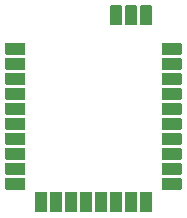
<source format=gbs>
G04 #@! TF.GenerationSoftware,KiCad,Pcbnew,(5.1.2-1)-1*
G04 #@! TF.CreationDate,2019-07-31T11:47:25+02:00*
G04 #@! TF.ProjectId,TLM-v1_2,544c4d2d-7631-45f3-922e-6b696361645f,1.1*
G04 #@! TF.SameCoordinates,Original*
G04 #@! TF.FileFunction,Soldermask,Bot*
G04 #@! TF.FilePolarity,Negative*
%FSLAX46Y46*%
G04 Gerber Fmt 4.6, Leading zero omitted, Abs format (unit mm)*
G04 Created by KiCad (PCBNEW (5.1.2-1)-1) date 2019-07-31 11:47:25*
%MOMM*%
%LPD*%
G04 APERTURE LIST*
%ADD10C,0.100000*%
G04 APERTURE END LIST*
D10*
G36*
X141148144Y-88339334D02*
G01*
X141164049Y-88344159D01*
X141178708Y-88351995D01*
X141191559Y-88362541D01*
X141202105Y-88375392D01*
X141209941Y-88390051D01*
X141214766Y-88405956D01*
X141217000Y-88428641D01*
X141217000Y-89904462D01*
X141213998Y-89934946D01*
X141206896Y-89958358D01*
X141195365Y-89979931D01*
X141179844Y-89998844D01*
X141160931Y-90014365D01*
X141139358Y-90025896D01*
X141115946Y-90032998D01*
X141085462Y-90036000D01*
X140346538Y-90036000D01*
X140316054Y-90032998D01*
X140292642Y-90025896D01*
X140271069Y-90014365D01*
X140252156Y-89998844D01*
X140236635Y-89979931D01*
X140225104Y-89958358D01*
X140218002Y-89934946D01*
X140215000Y-89904462D01*
X140215000Y-88428641D01*
X140217234Y-88405956D01*
X140222059Y-88390051D01*
X140229895Y-88375392D01*
X140240441Y-88362541D01*
X140253292Y-88351995D01*
X140267951Y-88344159D01*
X140283856Y-88339334D01*
X140306541Y-88337100D01*
X141125459Y-88337100D01*
X141148144Y-88339334D01*
X141148144Y-88339334D01*
G37*
G36*
X139878144Y-88339334D02*
G01*
X139894049Y-88344159D01*
X139908708Y-88351995D01*
X139921559Y-88362541D01*
X139932105Y-88375392D01*
X139939941Y-88390051D01*
X139944766Y-88405956D01*
X139947000Y-88428641D01*
X139947000Y-89904462D01*
X139943998Y-89934946D01*
X139936896Y-89958358D01*
X139925365Y-89979931D01*
X139909844Y-89998844D01*
X139890931Y-90014365D01*
X139869358Y-90025896D01*
X139845946Y-90032998D01*
X139815462Y-90036000D01*
X139076538Y-90036000D01*
X139046054Y-90032998D01*
X139022642Y-90025896D01*
X139001069Y-90014365D01*
X138982156Y-89998844D01*
X138966635Y-89979931D01*
X138955104Y-89958358D01*
X138948002Y-89934946D01*
X138945000Y-89904462D01*
X138945000Y-88428641D01*
X138947234Y-88405956D01*
X138952059Y-88390051D01*
X138959895Y-88375392D01*
X138970441Y-88362541D01*
X138983292Y-88351995D01*
X138997951Y-88344159D01*
X139013856Y-88339334D01*
X139036541Y-88337100D01*
X139855459Y-88337100D01*
X139878144Y-88339334D01*
X139878144Y-88339334D01*
G37*
G36*
X138608144Y-88339334D02*
G01*
X138624049Y-88344159D01*
X138638708Y-88351995D01*
X138651559Y-88362541D01*
X138662105Y-88375392D01*
X138669941Y-88390051D01*
X138674766Y-88405956D01*
X138677000Y-88428641D01*
X138677000Y-89904462D01*
X138673998Y-89934946D01*
X138666896Y-89958358D01*
X138655365Y-89979931D01*
X138639844Y-89998844D01*
X138620931Y-90014365D01*
X138599358Y-90025896D01*
X138575946Y-90032998D01*
X138545462Y-90036000D01*
X137806538Y-90036000D01*
X137776054Y-90032998D01*
X137752642Y-90025896D01*
X137731069Y-90014365D01*
X137712156Y-89998844D01*
X137696635Y-89979931D01*
X137685104Y-89958358D01*
X137678002Y-89934946D01*
X137675000Y-89904462D01*
X137675000Y-88428641D01*
X137677234Y-88405956D01*
X137682059Y-88390051D01*
X137689895Y-88375392D01*
X137700441Y-88362541D01*
X137713292Y-88351995D01*
X137727951Y-88344159D01*
X137743856Y-88339334D01*
X137766541Y-88337100D01*
X138585459Y-88337100D01*
X138608144Y-88339334D01*
X138608144Y-88339334D01*
G37*
G36*
X137338144Y-88339334D02*
G01*
X137354049Y-88344159D01*
X137368708Y-88351995D01*
X137381559Y-88362541D01*
X137392105Y-88375392D01*
X137399941Y-88390051D01*
X137404766Y-88405956D01*
X137407000Y-88428641D01*
X137407000Y-89904462D01*
X137403998Y-89934946D01*
X137396896Y-89958358D01*
X137385365Y-89979931D01*
X137369844Y-89998844D01*
X137350931Y-90014365D01*
X137329358Y-90025896D01*
X137305946Y-90032998D01*
X137275462Y-90036000D01*
X136536538Y-90036000D01*
X136506054Y-90032998D01*
X136482642Y-90025896D01*
X136461069Y-90014365D01*
X136442156Y-89998844D01*
X136426635Y-89979931D01*
X136415104Y-89958358D01*
X136408002Y-89934946D01*
X136405000Y-89904462D01*
X136405000Y-88428641D01*
X136407234Y-88405956D01*
X136412059Y-88390051D01*
X136419895Y-88375392D01*
X136430441Y-88362541D01*
X136443292Y-88351995D01*
X136457951Y-88344159D01*
X136473856Y-88339334D01*
X136496541Y-88337100D01*
X137315459Y-88337100D01*
X137338144Y-88339334D01*
X137338144Y-88339334D01*
G37*
G36*
X136068144Y-88339334D02*
G01*
X136084049Y-88344159D01*
X136098708Y-88351995D01*
X136111559Y-88362541D01*
X136122105Y-88375392D01*
X136129941Y-88390051D01*
X136134766Y-88405956D01*
X136137000Y-88428641D01*
X136137000Y-89904462D01*
X136133998Y-89934946D01*
X136126896Y-89958358D01*
X136115365Y-89979931D01*
X136099844Y-89998844D01*
X136080931Y-90014365D01*
X136059358Y-90025896D01*
X136035946Y-90032998D01*
X136005462Y-90036000D01*
X135266538Y-90036000D01*
X135236054Y-90032998D01*
X135212642Y-90025896D01*
X135191069Y-90014365D01*
X135172156Y-89998844D01*
X135156635Y-89979931D01*
X135145104Y-89958358D01*
X135138002Y-89934946D01*
X135135000Y-89904462D01*
X135135000Y-88428641D01*
X135137234Y-88405956D01*
X135142059Y-88390051D01*
X135149895Y-88375392D01*
X135160441Y-88362541D01*
X135173292Y-88351995D01*
X135187951Y-88344159D01*
X135203856Y-88339334D01*
X135226541Y-88337100D01*
X136045459Y-88337100D01*
X136068144Y-88339334D01*
X136068144Y-88339334D01*
G37*
G36*
X134798144Y-88339334D02*
G01*
X134814049Y-88344159D01*
X134828708Y-88351995D01*
X134841559Y-88362541D01*
X134852105Y-88375392D01*
X134859941Y-88390051D01*
X134864766Y-88405956D01*
X134867000Y-88428641D01*
X134867000Y-89904462D01*
X134863998Y-89934946D01*
X134856896Y-89958358D01*
X134845365Y-89979931D01*
X134829844Y-89998844D01*
X134810931Y-90014365D01*
X134789358Y-90025896D01*
X134765946Y-90032998D01*
X134735462Y-90036000D01*
X133996538Y-90036000D01*
X133966054Y-90032998D01*
X133942642Y-90025896D01*
X133921069Y-90014365D01*
X133902156Y-89998844D01*
X133886635Y-89979931D01*
X133875104Y-89958358D01*
X133868002Y-89934946D01*
X133865000Y-89904462D01*
X133865000Y-88428641D01*
X133867234Y-88405956D01*
X133872059Y-88390051D01*
X133879895Y-88375392D01*
X133890441Y-88362541D01*
X133903292Y-88351995D01*
X133917951Y-88344159D01*
X133933856Y-88339334D01*
X133956541Y-88337100D01*
X134775459Y-88337100D01*
X134798144Y-88339334D01*
X134798144Y-88339334D01*
G37*
G36*
X133528144Y-88339334D02*
G01*
X133544049Y-88344159D01*
X133558708Y-88351995D01*
X133571559Y-88362541D01*
X133582105Y-88375392D01*
X133589941Y-88390051D01*
X133594766Y-88405956D01*
X133597000Y-88428641D01*
X133597000Y-89904462D01*
X133593998Y-89934946D01*
X133586896Y-89958358D01*
X133575365Y-89979931D01*
X133559844Y-89998844D01*
X133540931Y-90014365D01*
X133519358Y-90025896D01*
X133495946Y-90032998D01*
X133465462Y-90036000D01*
X132726538Y-90036000D01*
X132696054Y-90032998D01*
X132672642Y-90025896D01*
X132651069Y-90014365D01*
X132632156Y-89998844D01*
X132616635Y-89979931D01*
X132605104Y-89958358D01*
X132598002Y-89934946D01*
X132595000Y-89904462D01*
X132595000Y-88428641D01*
X132597234Y-88405956D01*
X132602059Y-88390051D01*
X132609895Y-88375392D01*
X132620441Y-88362541D01*
X132633292Y-88351995D01*
X132647951Y-88344159D01*
X132663856Y-88339334D01*
X132686541Y-88337100D01*
X133505459Y-88337100D01*
X133528144Y-88339334D01*
X133528144Y-88339334D01*
G37*
G36*
X132258144Y-88339334D02*
G01*
X132274049Y-88344159D01*
X132288708Y-88351995D01*
X132301559Y-88362541D01*
X132312105Y-88375392D01*
X132319941Y-88390051D01*
X132324766Y-88405956D01*
X132327000Y-88428641D01*
X132327000Y-89904462D01*
X132323998Y-89934946D01*
X132316896Y-89958358D01*
X132305365Y-89979931D01*
X132289844Y-89998844D01*
X132270931Y-90014365D01*
X132249358Y-90025896D01*
X132225946Y-90032998D01*
X132195462Y-90036000D01*
X131456538Y-90036000D01*
X131426054Y-90032998D01*
X131402642Y-90025896D01*
X131381069Y-90014365D01*
X131362156Y-89998844D01*
X131346635Y-89979931D01*
X131335104Y-89958358D01*
X131328002Y-89934946D01*
X131325000Y-89904462D01*
X131325000Y-88428641D01*
X131327234Y-88405956D01*
X131332059Y-88390051D01*
X131339895Y-88375392D01*
X131350441Y-88362541D01*
X131363292Y-88351995D01*
X131377951Y-88344159D01*
X131393856Y-88339334D01*
X131416541Y-88337100D01*
X132235459Y-88337100D01*
X132258144Y-88339334D01*
X132258144Y-88339334D01*
G37*
G36*
X143655946Y-87132002D02*
G01*
X143679358Y-87139104D01*
X143700931Y-87150635D01*
X143719844Y-87166156D01*
X143735365Y-87185069D01*
X143746896Y-87206642D01*
X143753998Y-87230054D01*
X143757000Y-87260538D01*
X143757000Y-87999462D01*
X143753998Y-88029946D01*
X143746896Y-88053358D01*
X143735365Y-88074931D01*
X143719844Y-88093844D01*
X143700931Y-88109365D01*
X143679358Y-88120896D01*
X143655946Y-88127998D01*
X143625462Y-88131000D01*
X142146541Y-88131000D01*
X142123856Y-88128766D01*
X142107951Y-88123941D01*
X142093292Y-88116105D01*
X142080441Y-88105559D01*
X142069895Y-88092708D01*
X142062059Y-88078049D01*
X142057234Y-88062144D01*
X142055000Y-88039459D01*
X142055000Y-87220541D01*
X142057234Y-87197856D01*
X142062059Y-87181951D01*
X142069895Y-87167292D01*
X142080441Y-87154441D01*
X142093292Y-87143895D01*
X142107951Y-87136059D01*
X142123856Y-87131234D01*
X142146541Y-87129000D01*
X143625462Y-87129000D01*
X143655946Y-87132002D01*
X143655946Y-87132002D01*
G37*
G36*
X130418144Y-87131234D02*
G01*
X130434049Y-87136059D01*
X130448708Y-87143895D01*
X130461559Y-87154441D01*
X130472105Y-87167292D01*
X130479941Y-87181951D01*
X130484766Y-87197856D01*
X130487000Y-87220541D01*
X130487000Y-88039459D01*
X130484766Y-88062144D01*
X130479941Y-88078049D01*
X130472105Y-88092708D01*
X130461559Y-88105559D01*
X130448708Y-88116105D01*
X130434049Y-88123941D01*
X130418144Y-88128766D01*
X130395459Y-88131000D01*
X128916538Y-88131000D01*
X128886054Y-88127998D01*
X128862642Y-88120896D01*
X128841069Y-88109365D01*
X128822156Y-88093844D01*
X128806635Y-88074931D01*
X128795104Y-88053358D01*
X128788002Y-88029946D01*
X128785000Y-87999462D01*
X128785000Y-87260538D01*
X128788002Y-87230054D01*
X128795104Y-87206642D01*
X128806635Y-87185069D01*
X128822156Y-87166156D01*
X128841069Y-87150635D01*
X128862642Y-87139104D01*
X128886054Y-87132002D01*
X128916538Y-87129000D01*
X130395459Y-87129000D01*
X130418144Y-87131234D01*
X130418144Y-87131234D01*
G37*
G36*
X130418144Y-85861234D02*
G01*
X130434049Y-85866059D01*
X130448708Y-85873895D01*
X130461559Y-85884441D01*
X130472105Y-85897292D01*
X130479941Y-85911951D01*
X130484766Y-85927856D01*
X130487000Y-85950541D01*
X130487000Y-86769459D01*
X130484766Y-86792144D01*
X130479941Y-86808049D01*
X130472105Y-86822708D01*
X130461559Y-86835559D01*
X130448708Y-86846105D01*
X130434049Y-86853941D01*
X130418144Y-86858766D01*
X130395459Y-86861000D01*
X128916538Y-86861000D01*
X128886054Y-86857998D01*
X128862642Y-86850896D01*
X128841069Y-86839365D01*
X128822156Y-86823844D01*
X128806635Y-86804931D01*
X128795104Y-86783358D01*
X128788002Y-86759946D01*
X128785000Y-86729462D01*
X128785000Y-85990538D01*
X128788002Y-85960054D01*
X128795104Y-85936642D01*
X128806635Y-85915069D01*
X128822156Y-85896156D01*
X128841069Y-85880635D01*
X128862642Y-85869104D01*
X128886054Y-85862002D01*
X128916538Y-85859000D01*
X130395459Y-85859000D01*
X130418144Y-85861234D01*
X130418144Y-85861234D01*
G37*
G36*
X143655946Y-85862002D02*
G01*
X143679358Y-85869104D01*
X143700931Y-85880635D01*
X143719844Y-85896156D01*
X143735365Y-85915069D01*
X143746896Y-85936642D01*
X143753998Y-85960054D01*
X143757000Y-85990538D01*
X143757000Y-86729462D01*
X143753998Y-86759946D01*
X143746896Y-86783358D01*
X143735365Y-86804931D01*
X143719844Y-86823844D01*
X143700931Y-86839365D01*
X143679358Y-86850896D01*
X143655946Y-86857998D01*
X143625462Y-86861000D01*
X142146541Y-86861000D01*
X142123856Y-86858766D01*
X142107951Y-86853941D01*
X142093292Y-86846105D01*
X142080441Y-86835559D01*
X142069895Y-86822708D01*
X142062059Y-86808049D01*
X142057234Y-86792144D01*
X142055000Y-86769459D01*
X142055000Y-85950541D01*
X142057234Y-85927856D01*
X142062059Y-85911951D01*
X142069895Y-85897292D01*
X142080441Y-85884441D01*
X142093292Y-85873895D01*
X142107951Y-85866059D01*
X142123856Y-85861234D01*
X142146541Y-85859000D01*
X143625462Y-85859000D01*
X143655946Y-85862002D01*
X143655946Y-85862002D01*
G37*
G36*
X143655946Y-84592002D02*
G01*
X143679358Y-84599104D01*
X143700931Y-84610635D01*
X143719844Y-84626156D01*
X143735365Y-84645069D01*
X143746896Y-84666642D01*
X143753998Y-84690054D01*
X143757000Y-84720538D01*
X143757000Y-85459462D01*
X143753998Y-85489946D01*
X143746896Y-85513358D01*
X143735365Y-85534931D01*
X143719844Y-85553844D01*
X143700931Y-85569365D01*
X143679358Y-85580896D01*
X143655946Y-85587998D01*
X143625462Y-85591000D01*
X142146541Y-85591000D01*
X142123856Y-85588766D01*
X142107951Y-85583941D01*
X142093292Y-85576105D01*
X142080441Y-85565559D01*
X142069895Y-85552708D01*
X142062059Y-85538049D01*
X142057234Y-85522144D01*
X142055000Y-85499459D01*
X142055000Y-84680541D01*
X142057234Y-84657856D01*
X142062059Y-84641951D01*
X142069895Y-84627292D01*
X142080441Y-84614441D01*
X142093292Y-84603895D01*
X142107951Y-84596059D01*
X142123856Y-84591234D01*
X142146541Y-84589000D01*
X143625462Y-84589000D01*
X143655946Y-84592002D01*
X143655946Y-84592002D01*
G37*
G36*
X130418144Y-84591234D02*
G01*
X130434049Y-84596059D01*
X130448708Y-84603895D01*
X130461559Y-84614441D01*
X130472105Y-84627292D01*
X130479941Y-84641951D01*
X130484766Y-84657856D01*
X130487000Y-84680541D01*
X130487000Y-85499459D01*
X130484766Y-85522144D01*
X130479941Y-85538049D01*
X130472105Y-85552708D01*
X130461559Y-85565559D01*
X130448708Y-85576105D01*
X130434049Y-85583941D01*
X130418144Y-85588766D01*
X130395459Y-85591000D01*
X128916538Y-85591000D01*
X128886054Y-85587998D01*
X128862642Y-85580896D01*
X128841069Y-85569365D01*
X128822156Y-85553844D01*
X128806635Y-85534931D01*
X128795104Y-85513358D01*
X128788002Y-85489946D01*
X128785000Y-85459462D01*
X128785000Y-84720538D01*
X128788002Y-84690054D01*
X128795104Y-84666642D01*
X128806635Y-84645069D01*
X128822156Y-84626156D01*
X128841069Y-84610635D01*
X128862642Y-84599104D01*
X128886054Y-84592002D01*
X128916538Y-84589000D01*
X130395459Y-84589000D01*
X130418144Y-84591234D01*
X130418144Y-84591234D01*
G37*
G36*
X130418144Y-83321234D02*
G01*
X130434049Y-83326059D01*
X130448708Y-83333895D01*
X130461559Y-83344441D01*
X130472105Y-83357292D01*
X130479941Y-83371951D01*
X130484766Y-83387856D01*
X130487000Y-83410541D01*
X130487000Y-84229459D01*
X130484766Y-84252144D01*
X130479941Y-84268049D01*
X130472105Y-84282708D01*
X130461559Y-84295559D01*
X130448708Y-84306105D01*
X130434049Y-84313941D01*
X130418144Y-84318766D01*
X130395459Y-84321000D01*
X128916538Y-84321000D01*
X128886054Y-84317998D01*
X128862642Y-84310896D01*
X128841069Y-84299365D01*
X128822156Y-84283844D01*
X128806635Y-84264931D01*
X128795104Y-84243358D01*
X128788002Y-84219946D01*
X128785000Y-84189462D01*
X128785000Y-83450538D01*
X128788002Y-83420054D01*
X128795104Y-83396642D01*
X128806635Y-83375069D01*
X128822156Y-83356156D01*
X128841069Y-83340635D01*
X128862642Y-83329104D01*
X128886054Y-83322002D01*
X128916538Y-83319000D01*
X130395459Y-83319000D01*
X130418144Y-83321234D01*
X130418144Y-83321234D01*
G37*
G36*
X143655946Y-83322002D02*
G01*
X143679358Y-83329104D01*
X143700931Y-83340635D01*
X143719844Y-83356156D01*
X143735365Y-83375069D01*
X143746896Y-83396642D01*
X143753998Y-83420054D01*
X143757000Y-83450538D01*
X143757000Y-84189462D01*
X143753998Y-84219946D01*
X143746896Y-84243358D01*
X143735365Y-84264931D01*
X143719844Y-84283844D01*
X143700931Y-84299365D01*
X143679358Y-84310896D01*
X143655946Y-84317998D01*
X143625462Y-84321000D01*
X142146541Y-84321000D01*
X142123856Y-84318766D01*
X142107951Y-84313941D01*
X142093292Y-84306105D01*
X142080441Y-84295559D01*
X142069895Y-84282708D01*
X142062059Y-84268049D01*
X142057234Y-84252144D01*
X142055000Y-84229459D01*
X142055000Y-83410541D01*
X142057234Y-83387856D01*
X142062059Y-83371951D01*
X142069895Y-83357292D01*
X142080441Y-83344441D01*
X142093292Y-83333895D01*
X142107951Y-83326059D01*
X142123856Y-83321234D01*
X142146541Y-83319000D01*
X143625462Y-83319000D01*
X143655946Y-83322002D01*
X143655946Y-83322002D01*
G37*
G36*
X130418144Y-82051234D02*
G01*
X130434049Y-82056059D01*
X130448708Y-82063895D01*
X130461559Y-82074441D01*
X130472105Y-82087292D01*
X130479941Y-82101951D01*
X130484766Y-82117856D01*
X130487000Y-82140541D01*
X130487000Y-82959459D01*
X130484766Y-82982144D01*
X130479941Y-82998049D01*
X130472105Y-83012708D01*
X130461559Y-83025559D01*
X130448708Y-83036105D01*
X130434049Y-83043941D01*
X130418144Y-83048766D01*
X130395459Y-83051000D01*
X128916538Y-83051000D01*
X128886054Y-83047998D01*
X128862642Y-83040896D01*
X128841069Y-83029365D01*
X128822156Y-83013844D01*
X128806635Y-82994931D01*
X128795104Y-82973358D01*
X128788002Y-82949946D01*
X128785000Y-82919462D01*
X128785000Y-82180538D01*
X128788002Y-82150054D01*
X128795104Y-82126642D01*
X128806635Y-82105069D01*
X128822156Y-82086156D01*
X128841069Y-82070635D01*
X128862642Y-82059104D01*
X128886054Y-82052002D01*
X128916538Y-82049000D01*
X130395459Y-82049000D01*
X130418144Y-82051234D01*
X130418144Y-82051234D01*
G37*
G36*
X143655946Y-82052002D02*
G01*
X143679358Y-82059104D01*
X143700931Y-82070635D01*
X143719844Y-82086156D01*
X143735365Y-82105069D01*
X143746896Y-82126642D01*
X143753998Y-82150054D01*
X143757000Y-82180538D01*
X143757000Y-82919462D01*
X143753998Y-82949946D01*
X143746896Y-82973358D01*
X143735365Y-82994931D01*
X143719844Y-83013844D01*
X143700931Y-83029365D01*
X143679358Y-83040896D01*
X143655946Y-83047998D01*
X143625462Y-83051000D01*
X142146541Y-83051000D01*
X142123856Y-83048766D01*
X142107951Y-83043941D01*
X142093292Y-83036105D01*
X142080441Y-83025559D01*
X142069895Y-83012708D01*
X142062059Y-82998049D01*
X142057234Y-82982144D01*
X142055000Y-82959459D01*
X142055000Y-82140541D01*
X142057234Y-82117856D01*
X142062059Y-82101951D01*
X142069895Y-82087292D01*
X142080441Y-82074441D01*
X142093292Y-82063895D01*
X142107951Y-82056059D01*
X142123856Y-82051234D01*
X142146541Y-82049000D01*
X143625462Y-82049000D01*
X143655946Y-82052002D01*
X143655946Y-82052002D01*
G37*
G36*
X130418144Y-80781234D02*
G01*
X130434049Y-80786059D01*
X130448708Y-80793895D01*
X130461559Y-80804441D01*
X130472105Y-80817292D01*
X130479941Y-80831951D01*
X130484766Y-80847856D01*
X130487000Y-80870541D01*
X130487000Y-81689459D01*
X130484766Y-81712144D01*
X130479941Y-81728049D01*
X130472105Y-81742708D01*
X130461559Y-81755559D01*
X130448708Y-81766105D01*
X130434049Y-81773941D01*
X130418144Y-81778766D01*
X130395459Y-81781000D01*
X128916538Y-81781000D01*
X128886054Y-81777998D01*
X128862642Y-81770896D01*
X128841069Y-81759365D01*
X128822156Y-81743844D01*
X128806635Y-81724931D01*
X128795104Y-81703358D01*
X128788002Y-81679946D01*
X128785000Y-81649462D01*
X128785000Y-80910538D01*
X128788002Y-80880054D01*
X128795104Y-80856642D01*
X128806635Y-80835069D01*
X128822156Y-80816156D01*
X128841069Y-80800635D01*
X128862642Y-80789104D01*
X128886054Y-80782002D01*
X128916538Y-80779000D01*
X130395459Y-80779000D01*
X130418144Y-80781234D01*
X130418144Y-80781234D01*
G37*
G36*
X143655946Y-80782002D02*
G01*
X143679358Y-80789104D01*
X143700931Y-80800635D01*
X143719844Y-80816156D01*
X143735365Y-80835069D01*
X143746896Y-80856642D01*
X143753998Y-80880054D01*
X143757000Y-80910538D01*
X143757000Y-81649462D01*
X143753998Y-81679946D01*
X143746896Y-81703358D01*
X143735365Y-81724931D01*
X143719844Y-81743844D01*
X143700931Y-81759365D01*
X143679358Y-81770896D01*
X143655946Y-81777998D01*
X143625462Y-81781000D01*
X142146541Y-81781000D01*
X142123856Y-81778766D01*
X142107951Y-81773941D01*
X142093292Y-81766105D01*
X142080441Y-81755559D01*
X142069895Y-81742708D01*
X142062059Y-81728049D01*
X142057234Y-81712144D01*
X142055000Y-81689459D01*
X142055000Y-80870541D01*
X142057234Y-80847856D01*
X142062059Y-80831951D01*
X142069895Y-80817292D01*
X142080441Y-80804441D01*
X142093292Y-80793895D01*
X142107951Y-80786059D01*
X142123856Y-80781234D01*
X142146541Y-80779000D01*
X143625462Y-80779000D01*
X143655946Y-80782002D01*
X143655946Y-80782002D01*
G37*
G36*
X130418144Y-79511234D02*
G01*
X130434049Y-79516059D01*
X130448708Y-79523895D01*
X130461559Y-79534441D01*
X130472105Y-79547292D01*
X130479941Y-79561951D01*
X130484766Y-79577856D01*
X130487000Y-79600541D01*
X130487000Y-80419459D01*
X130484766Y-80442144D01*
X130479941Y-80458049D01*
X130472105Y-80472708D01*
X130461559Y-80485559D01*
X130448708Y-80496105D01*
X130434049Y-80503941D01*
X130418144Y-80508766D01*
X130395459Y-80511000D01*
X128916538Y-80511000D01*
X128886054Y-80507998D01*
X128862642Y-80500896D01*
X128841069Y-80489365D01*
X128822156Y-80473844D01*
X128806635Y-80454931D01*
X128795104Y-80433358D01*
X128788002Y-80409946D01*
X128785000Y-80379462D01*
X128785000Y-79640538D01*
X128788002Y-79610054D01*
X128795104Y-79586642D01*
X128806635Y-79565069D01*
X128822156Y-79546156D01*
X128841069Y-79530635D01*
X128862642Y-79519104D01*
X128886054Y-79512002D01*
X128916538Y-79509000D01*
X130395459Y-79509000D01*
X130418144Y-79511234D01*
X130418144Y-79511234D01*
G37*
G36*
X143655946Y-79512002D02*
G01*
X143679358Y-79519104D01*
X143700931Y-79530635D01*
X143719844Y-79546156D01*
X143735365Y-79565069D01*
X143746896Y-79586642D01*
X143753998Y-79610054D01*
X143757000Y-79640538D01*
X143757000Y-80379462D01*
X143753998Y-80409946D01*
X143746896Y-80433358D01*
X143735365Y-80454931D01*
X143719844Y-80473844D01*
X143700931Y-80489365D01*
X143679358Y-80500896D01*
X143655946Y-80507998D01*
X143625462Y-80511000D01*
X142146541Y-80511000D01*
X142123856Y-80508766D01*
X142107951Y-80503941D01*
X142093292Y-80496105D01*
X142080441Y-80485559D01*
X142069895Y-80472708D01*
X142062059Y-80458049D01*
X142057234Y-80442144D01*
X142055000Y-80419459D01*
X142055000Y-79600541D01*
X142057234Y-79577856D01*
X142062059Y-79561951D01*
X142069895Y-79547292D01*
X142080441Y-79534441D01*
X142093292Y-79523895D01*
X142107951Y-79516059D01*
X142123856Y-79511234D01*
X142146541Y-79509000D01*
X143625462Y-79509000D01*
X143655946Y-79512002D01*
X143655946Y-79512002D01*
G37*
G36*
X143655946Y-78242002D02*
G01*
X143679358Y-78249104D01*
X143700931Y-78260635D01*
X143719844Y-78276156D01*
X143735365Y-78295069D01*
X143746896Y-78316642D01*
X143753998Y-78340054D01*
X143757000Y-78370538D01*
X143757000Y-79109462D01*
X143753998Y-79139946D01*
X143746896Y-79163358D01*
X143735365Y-79184931D01*
X143719844Y-79203844D01*
X143700931Y-79219365D01*
X143679358Y-79230896D01*
X143655946Y-79237998D01*
X143625462Y-79241000D01*
X142146541Y-79241000D01*
X142123856Y-79238766D01*
X142107951Y-79233941D01*
X142093292Y-79226105D01*
X142080441Y-79215559D01*
X142069895Y-79202708D01*
X142062059Y-79188049D01*
X142057234Y-79172144D01*
X142055000Y-79149459D01*
X142055000Y-78330541D01*
X142057234Y-78307856D01*
X142062059Y-78291951D01*
X142069895Y-78277292D01*
X142080441Y-78264441D01*
X142093292Y-78253895D01*
X142107951Y-78246059D01*
X142123856Y-78241234D01*
X142146541Y-78239000D01*
X143625462Y-78239000D01*
X143655946Y-78242002D01*
X143655946Y-78242002D01*
G37*
G36*
X130418144Y-78241234D02*
G01*
X130434049Y-78246059D01*
X130448708Y-78253895D01*
X130461559Y-78264441D01*
X130472105Y-78277292D01*
X130479941Y-78291951D01*
X130484766Y-78307856D01*
X130487000Y-78330541D01*
X130487000Y-79149459D01*
X130484766Y-79172144D01*
X130479941Y-79188049D01*
X130472105Y-79202708D01*
X130461559Y-79215559D01*
X130448708Y-79226105D01*
X130434049Y-79233941D01*
X130418144Y-79238766D01*
X130395459Y-79241000D01*
X128916538Y-79241000D01*
X128886054Y-79237998D01*
X128862642Y-79230896D01*
X128841069Y-79219365D01*
X128822156Y-79203844D01*
X128806635Y-79184931D01*
X128795104Y-79163358D01*
X128788002Y-79139946D01*
X128785000Y-79109462D01*
X128785000Y-78370538D01*
X128788002Y-78340054D01*
X128795104Y-78316642D01*
X128806635Y-78295069D01*
X128822156Y-78276156D01*
X128841069Y-78260635D01*
X128862642Y-78249104D01*
X128886054Y-78242002D01*
X128916538Y-78239000D01*
X130395459Y-78239000D01*
X130418144Y-78241234D01*
X130418144Y-78241234D01*
G37*
G36*
X143655946Y-76972002D02*
G01*
X143679358Y-76979104D01*
X143700931Y-76990635D01*
X143719844Y-77006156D01*
X143735365Y-77025069D01*
X143746896Y-77046642D01*
X143753998Y-77070054D01*
X143757000Y-77100538D01*
X143757000Y-77839462D01*
X143753998Y-77869946D01*
X143746896Y-77893358D01*
X143735365Y-77914931D01*
X143719844Y-77933844D01*
X143700931Y-77949365D01*
X143679358Y-77960896D01*
X143655946Y-77967998D01*
X143625462Y-77971000D01*
X142146541Y-77971000D01*
X142123856Y-77968766D01*
X142107951Y-77963941D01*
X142093292Y-77956105D01*
X142080441Y-77945559D01*
X142069895Y-77932708D01*
X142062059Y-77918049D01*
X142057234Y-77902144D01*
X142055000Y-77879459D01*
X142055000Y-77060541D01*
X142057234Y-77037856D01*
X142062059Y-77021951D01*
X142069895Y-77007292D01*
X142080441Y-76994441D01*
X142093292Y-76983895D01*
X142107951Y-76976059D01*
X142123856Y-76971234D01*
X142146541Y-76969000D01*
X143625462Y-76969000D01*
X143655946Y-76972002D01*
X143655946Y-76972002D01*
G37*
G36*
X130418144Y-76971234D02*
G01*
X130434049Y-76976059D01*
X130448708Y-76983895D01*
X130461559Y-76994441D01*
X130472105Y-77007292D01*
X130479941Y-77021951D01*
X130484766Y-77037856D01*
X130487000Y-77060541D01*
X130487000Y-77879459D01*
X130484766Y-77902144D01*
X130479941Y-77918049D01*
X130472105Y-77932708D01*
X130461559Y-77945559D01*
X130448708Y-77956105D01*
X130434049Y-77963941D01*
X130418144Y-77968766D01*
X130395459Y-77971000D01*
X128916538Y-77971000D01*
X128886054Y-77967998D01*
X128862642Y-77960896D01*
X128841069Y-77949365D01*
X128822156Y-77933844D01*
X128806635Y-77914931D01*
X128795104Y-77893358D01*
X128788002Y-77869946D01*
X128785000Y-77839462D01*
X128785000Y-77100538D01*
X128788002Y-77070054D01*
X128795104Y-77046642D01*
X128806635Y-77025069D01*
X128822156Y-77006156D01*
X128841069Y-76990635D01*
X128862642Y-76979104D01*
X128886054Y-76972002D01*
X128916538Y-76969000D01*
X130395459Y-76969000D01*
X130418144Y-76971234D01*
X130418144Y-76971234D01*
G37*
G36*
X143655946Y-75702002D02*
G01*
X143679358Y-75709104D01*
X143700931Y-75720635D01*
X143719844Y-75736156D01*
X143735365Y-75755069D01*
X143746896Y-75776642D01*
X143753998Y-75800054D01*
X143757000Y-75830538D01*
X143757000Y-76569462D01*
X143753998Y-76599946D01*
X143746896Y-76623358D01*
X143735365Y-76644931D01*
X143719844Y-76663844D01*
X143700931Y-76679365D01*
X143679358Y-76690896D01*
X143655946Y-76697998D01*
X143625462Y-76701000D01*
X142146541Y-76701000D01*
X142123856Y-76698766D01*
X142107951Y-76693941D01*
X142093292Y-76686105D01*
X142080441Y-76675559D01*
X142069895Y-76662708D01*
X142062059Y-76648049D01*
X142057234Y-76632144D01*
X142055000Y-76609459D01*
X142055000Y-75790541D01*
X142057234Y-75767856D01*
X142062059Y-75751951D01*
X142069895Y-75737292D01*
X142080441Y-75724441D01*
X142093292Y-75713895D01*
X142107951Y-75706059D01*
X142123856Y-75701234D01*
X142146541Y-75699000D01*
X143625462Y-75699000D01*
X143655946Y-75702002D01*
X143655946Y-75702002D01*
G37*
G36*
X130418144Y-75701234D02*
G01*
X130434049Y-75706059D01*
X130448708Y-75713895D01*
X130461559Y-75724441D01*
X130472105Y-75737292D01*
X130479941Y-75751951D01*
X130484766Y-75767856D01*
X130487000Y-75790541D01*
X130487000Y-76609459D01*
X130484766Y-76632144D01*
X130479941Y-76648049D01*
X130472105Y-76662708D01*
X130461559Y-76675559D01*
X130448708Y-76686105D01*
X130434049Y-76693941D01*
X130418144Y-76698766D01*
X130395459Y-76701000D01*
X128916538Y-76701000D01*
X128886054Y-76697998D01*
X128862642Y-76690896D01*
X128841069Y-76679365D01*
X128822156Y-76663844D01*
X128806635Y-76644931D01*
X128795104Y-76623358D01*
X128788002Y-76599946D01*
X128785000Y-76569462D01*
X128785000Y-75830538D01*
X128788002Y-75800054D01*
X128795104Y-75776642D01*
X128806635Y-75755069D01*
X128822156Y-75736156D01*
X128841069Y-75720635D01*
X128862642Y-75709104D01*
X128886054Y-75702002D01*
X128916538Y-75699000D01*
X130395459Y-75699000D01*
X130418144Y-75701234D01*
X130418144Y-75701234D01*
G37*
G36*
X141115946Y-72527002D02*
G01*
X141139358Y-72534104D01*
X141160931Y-72545635D01*
X141179844Y-72561156D01*
X141195365Y-72580069D01*
X141206896Y-72601642D01*
X141213998Y-72625054D01*
X141217000Y-72655538D01*
X141217000Y-74134459D01*
X141214766Y-74157144D01*
X141209941Y-74173049D01*
X141202105Y-74187708D01*
X141191559Y-74200559D01*
X141178708Y-74211105D01*
X141164049Y-74218941D01*
X141148144Y-74223766D01*
X141125459Y-74226000D01*
X140306541Y-74226000D01*
X140283856Y-74223766D01*
X140267951Y-74218941D01*
X140253292Y-74211105D01*
X140240441Y-74200559D01*
X140229895Y-74187708D01*
X140222059Y-74173049D01*
X140217234Y-74157144D01*
X140215000Y-74134459D01*
X140215000Y-72655538D01*
X140218002Y-72625054D01*
X140225104Y-72601642D01*
X140236635Y-72580069D01*
X140252156Y-72561156D01*
X140271069Y-72545635D01*
X140292642Y-72534104D01*
X140316054Y-72527002D01*
X140346538Y-72524000D01*
X141085462Y-72524000D01*
X141115946Y-72527002D01*
X141115946Y-72527002D01*
G37*
G36*
X139845946Y-72527002D02*
G01*
X139869358Y-72534104D01*
X139890931Y-72545635D01*
X139909844Y-72561156D01*
X139925365Y-72580069D01*
X139936896Y-72601642D01*
X139943998Y-72625054D01*
X139947000Y-72655538D01*
X139947000Y-74134459D01*
X139944766Y-74157144D01*
X139939941Y-74173049D01*
X139932105Y-74187708D01*
X139921559Y-74200559D01*
X139908708Y-74211105D01*
X139894049Y-74218941D01*
X139878144Y-74223766D01*
X139855459Y-74226000D01*
X139036541Y-74226000D01*
X139013856Y-74223766D01*
X138997951Y-74218941D01*
X138983292Y-74211105D01*
X138970441Y-74200559D01*
X138959895Y-74187708D01*
X138952059Y-74173049D01*
X138947234Y-74157144D01*
X138945000Y-74134459D01*
X138945000Y-72655538D01*
X138948002Y-72625054D01*
X138955104Y-72601642D01*
X138966635Y-72580069D01*
X138982156Y-72561156D01*
X139001069Y-72545635D01*
X139022642Y-72534104D01*
X139046054Y-72527002D01*
X139076538Y-72524000D01*
X139815462Y-72524000D01*
X139845946Y-72527002D01*
X139845946Y-72527002D01*
G37*
G36*
X138575946Y-72527002D02*
G01*
X138599358Y-72534104D01*
X138620931Y-72545635D01*
X138639844Y-72561156D01*
X138655365Y-72580069D01*
X138666896Y-72601642D01*
X138673998Y-72625054D01*
X138677000Y-72655538D01*
X138677000Y-74134459D01*
X138674766Y-74157144D01*
X138669941Y-74173049D01*
X138662105Y-74187708D01*
X138651559Y-74200559D01*
X138638708Y-74211105D01*
X138624049Y-74218941D01*
X138608144Y-74223766D01*
X138585459Y-74226000D01*
X137766541Y-74226000D01*
X137743856Y-74223766D01*
X137727951Y-74218941D01*
X137713292Y-74211105D01*
X137700441Y-74200559D01*
X137689895Y-74187708D01*
X137682059Y-74173049D01*
X137677234Y-74157144D01*
X137675000Y-74134459D01*
X137675000Y-72655538D01*
X137678002Y-72625054D01*
X137685104Y-72601642D01*
X137696635Y-72580069D01*
X137712156Y-72561156D01*
X137731069Y-72545635D01*
X137752642Y-72534104D01*
X137776054Y-72527002D01*
X137806538Y-72524000D01*
X138545462Y-72524000D01*
X138575946Y-72527002D01*
X138575946Y-72527002D01*
G37*
M02*

</source>
